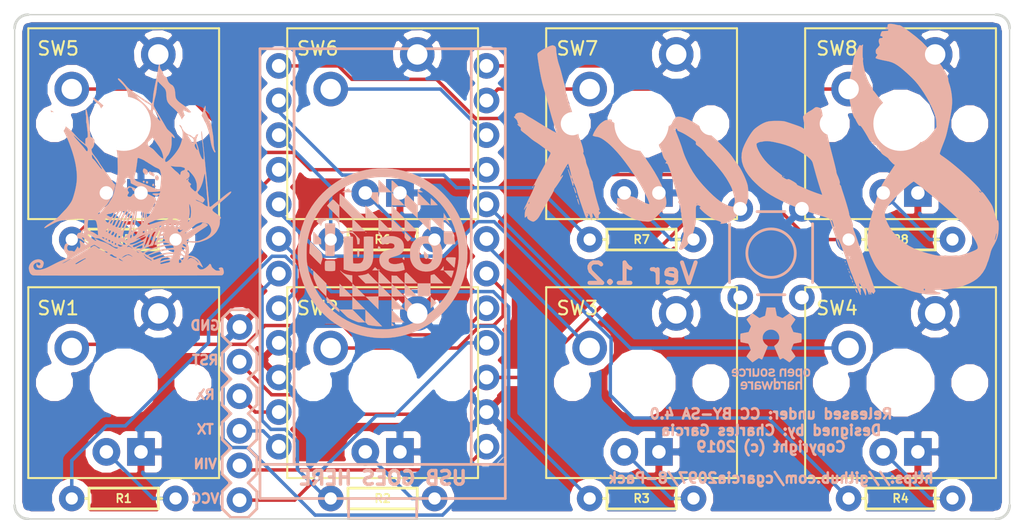
<source format=kicad_pcb>
(kicad_pcb (version 20171130) (host pcbnew 5.0.2-bee76a0~70~ubuntu18.04.1)
  (layers (0 F.Cu signal) (31 B.Cu signal) (34 B.Paste user) (35 F.Paste user) (36 B.SilkS user) (37 F.SilkS user) (38 B.Mask user) (39 F.Mask user) (44 Edge.Cuts user))
  (net 0 "")
  (net 1 TX)
  (net 2 RX)
  (net 3 GND)
  (net 4 LED1)
  (net 5 LED2)
  (net 6 LED3)
  (net 7 LED4)
  (net 8 LED5)
  (net 9 LED6)
  (net 10 LED7)
  (net 11 LED8)
  (net 12 KEY8)
  (net 13 KEY7)
  (net 14 KEY6)
  (net 15 KEY5)
  (net 16 KEY4)
  (net 17 KEY3)
  (net 18 KEY2)
  (net 19 KEY1)
  (net 20 VCC)
  (net 21 RESET)
  (net 22 VIN)
  (net 23 "Net-(R1-PadP$2)")
  (net 24 "Net-(R2-PadP$2)")
  (net 25 "Net-(R3-PadP$2)")
  (net 26 "Net-(R4-PadP$2)")
  (net 27 "Net-(R5-PadP$2)")
  (net 28 "Net-(R6-PadP$2)")
  (net 29 "Net-(R7-PadP$2)")
  (net 30 "Net-(R8-PadP$2)")
  (module Boards:SPARKFUN_PRO_MICRO (layer B.Cu) (at 147 87)
    (fp_text reference B1 hide)
    (fp_text value >VALUE hide)
    (pad 24 thru_hole circle (at 7.62 12.7) (size 1.8796 1.8796) (drill 1.016) (layers *.Cu *.Mask) (net 22 VIN))
    (pad 23 thru_hole circle (at 7.62 10.16) (size 1.8796 1.8796) (drill 1.016) (layers *.Cu *.Mask) (net 3 GND))
    (pad 22 thru_hole circle (at 7.62 7.62) (size 1.8796 1.8796) (drill 1.016) (layers *.Cu *.Mask) (net 21 RESET))
    (pad 21 thru_hole circle (at 7.62 5.08) (size 1.8796 1.8796) (drill 1.016) (layers *.Cu *.Mask) (net 20 VCC))
    (pad 20 thru_hole circle (at 7.62 2.54) (size 1.8796 1.8796) (drill 1.016) (layers *.Cu *.Mask) (net 19 KEY1))
    (pad 19 thru_hole circle (at 7.62 0) (size 1.8796 1.8796) (drill 1.016) (layers *.Cu *.Mask) (net 18 KEY2))
    (pad 18 thru_hole circle (at 7.62 -2.54) (size 1.8796 1.8796) (drill 1.016) (layers *.Cu *.Mask) (net 17 KEY3))
    (pad 17 thru_hole circle (at 7.62 -5.08) (size 1.8796 1.8796) (drill 1.016) (layers *.Cu *.Mask) (net 16 KEY4))
    (pad 16 thru_hole circle (at 7.62 -7.62) (size 1.8796 1.8796) (drill 1.016) (layers *.Cu *.Mask) (net 15 KEY5))
    (pad 15 thru_hole circle (at 7.62 -10.16) (size 1.8796 1.8796) (drill 1.016) (layers *.Cu *.Mask) (net 14 KEY6))
    (pad 14 thru_hole circle (at 7.62 -12.7) (size 1.8796 1.8796) (drill 1.016) (layers *.Cu *.Mask) (net 13 KEY7))
    (pad 13 thru_hole circle (at 7.62 -15.24) (size 1.8796 1.8796) (drill 1.016) (layers *.Cu *.Mask) (net 12 KEY8))
    (pad 12 thru_hole circle (at -7.62 -15.24) (size 1.8796 1.8796) (drill 1.016) (layers *.Cu *.Mask) (net 11 LED8))
    (pad 11 thru_hole circle (at -7.62 -12.7) (size 1.8796 1.8796) (drill 1.016) (layers *.Cu *.Mask) (net 10 LED7))
    (pad 10 thru_hole circle (at -7.62 -10.16) (size 1.8796 1.8796) (drill 1.016) (layers *.Cu *.Mask) (net 9 LED6))
    (pad 9 thru_hole circle (at -7.62 -7.62) (size 1.8796 1.8796) (drill 1.016) (layers *.Cu *.Mask) (net 8 LED5))
    (pad 8 thru_hole circle (at -7.62 -5.08) (size 1.8796 1.8796) (drill 1.016) (layers *.Cu *.Mask) (net 7 LED4))
    (pad 7 thru_hole circle (at -7.62 -2.54) (size 1.8796 1.8796) (drill 1.016) (layers *.Cu *.Mask) (net 6 LED3))
    (pad 6 thru_hole circle (at -7.62 0) (size 1.8796 1.8796) (drill 1.016) (layers *.Cu *.Mask) (net 5 LED2))
    (pad 5 thru_hole circle (at -7.62 2.54) (size 1.8796 1.8796) (drill 1.016) (layers *.Cu *.Mask) (net 4 LED1))
    (pad 4 thru_hole circle (at -7.62 5.08) (size 1.8796 1.8796) (drill 1.016) (layers *.Cu *.Mask) (net 3 GND))
    (pad 3 thru_hole circle (at -7.62 7.62) (size 1.8796 1.8796) (drill 1.016) (layers *.Cu *.Mask) (net 3 GND))
    (pad 2 thru_hole circle (at -7.62 10.16) (size 1.8796 1.8796) (drill 1.016) (layers *.Cu *.Mask) (net 2 RX))
    (pad 1 thru_hole circle (at -7.62 12.7) (size 1.8796 1.8796) (drill 1.016) (layers *.Cu *.Mask) (net 1 TX))
  )
  (module Connectors:1X06 (layer B.Cu) (at 136.5 103.62 90)
    (fp_text reference J1 hide)
    (fp_text value CONN_06NO_SILK_FEMALE_PTH hide)
    (pad 6 thru_hole circle (at 12.7 0 90) (size 1.8796 1.8796) (drill 1.016) (layers *.Cu *.Mask) (net 3 GND))
    (pad 5 thru_hole circle (at 10.16 0 90) (size 1.8796 1.8796) (drill 1.016) (layers *.Cu *.Mask) (net 21 RESET))
    (pad 4 thru_hole circle (at 7.62 0 90) (size 1.8796 1.8796) (drill 1.016) (layers *.Cu *.Mask) (net 2 RX))
    (pad 3 thru_hole circle (at 5.08 0 90) (size 1.8796 1.8796) (drill 1.016) (layers *.Cu *.Mask) (net 1 TX))
    (pad 2 thru_hole circle (at 2.54 0 90) (size 1.8796 1.8796) (drill 1.016) (layers *.Cu *.Mask) (net 22 VIN))
    (pad 1 thru_hole circle (at 0 0 90) (size 1.8796 1.8796) (drill 1.016) (layers *.Cu *.Mask) (net 20 VCC))
  )
  (module Resistors:AXIAL-0.3 (layer F.Cu) (at 128 103.5)
    (fp_text reference R1 (at 0 0) (layer F.SilkS) (effects (font (size 0.6096 0.6096) (thickness 0.127))))
    (fp_text value RESISTORAXIAL-0.3 hide)
    (pad P$2 thru_hole circle (at 3.81 0) (size 1.8796 1.8796) (drill 0.89916) (layers *.Cu *.Mask) (net 23 "Net-(R1-PadP$2)"))
    (pad P$1 thru_hole circle (at -3.81 0) (size 1.8796 1.8796) (drill 0.89916) (layers *.Cu *.Mask) (net 4 LED1))
  )
  (module Resistors:AXIAL-0.3 (layer F.Cu) (at 147 103.5)
    (fp_text reference R2 (at 0 0) (layer F.SilkS) (effects (font (size 0.6096 0.6096) (thickness 0.127))))
    (fp_text value RESISTORAXIAL-0.3 hide)
    (pad P$2 thru_hole circle (at 3.81 0) (size 1.8796 1.8796) (drill 0.89916) (layers *.Cu *.Mask) (net 24 "Net-(R2-PadP$2)"))
    (pad P$1 thru_hole circle (at -3.81 0) (size 1.8796 1.8796) (drill 0.89916) (layers *.Cu *.Mask) (net 5 LED2))
  )
  (module Resistors:AXIAL-0.3 (layer F.Cu) (at 166 103.5)
    (fp_text reference R3 (at 0 0) (layer F.SilkS) (effects (font (size 0.6096 0.6096) (thickness 0.127))))
    (fp_text value RESISTORAXIAL-0.3 hide)
    (pad P$2 thru_hole circle (at 3.81 0) (size 1.8796 1.8796) (drill 0.89916) (layers *.Cu *.Mask) (net 25 "Net-(R3-PadP$2)"))
    (pad P$1 thru_hole circle (at -3.81 0) (size 1.8796 1.8796) (drill 0.89916) (layers *.Cu *.Mask) (net 6 LED3))
  )
  (module Resistors:AXIAL-0.3 (layer F.Cu) (at 185 103.5)
    (fp_text reference R4 (at 0 0) (layer F.SilkS) (effects (font (size 0.6096 0.6096) (thickness 0.127))))
    (fp_text value RESISTORAXIAL-0.3 hide)
    (pad P$2 thru_hole circle (at 3.81 0) (size 1.8796 1.8796) (drill 0.89916) (layers *.Cu *.Mask) (net 26 "Net-(R4-PadP$2)"))
    (pad P$1 thru_hole circle (at -3.81 0) (size 1.8796 1.8796) (drill 0.89916) (layers *.Cu *.Mask) (net 7 LED4))
  )
  (module Resistors:AXIAL-0.3 (layer F.Cu) (at 128 84.5)
    (fp_text reference R5 (at 0 0) (layer F.SilkS) (effects (font (size 0.6096 0.6096) (thickness 0.127))))
    (fp_text value RESISTORAXIAL-0.3 hide)
    (pad P$2 thru_hole circle (at 3.81 0) (size 1.8796 1.8796) (drill 0.89916) (layers *.Cu *.Mask) (net 27 "Net-(R5-PadP$2)"))
    (pad P$1 thru_hole circle (at -3.81 0) (size 1.8796 1.8796) (drill 0.89916) (layers *.Cu *.Mask) (net 8 LED5))
  )
  (module Resistors:AXIAL-0.3 (layer F.Cu) (at 147 84.5)
    (fp_text reference R6 (at 0 0) (layer F.SilkS) (effects (font (size 0.6096 0.6096) (thickness 0.127))))
    (fp_text value RESISTORAXIAL-0.3 hide)
    (pad P$2 thru_hole circle (at 3.81 0) (size 1.8796 1.8796) (drill 0.89916) (layers *.Cu *.Mask) (net 28 "Net-(R6-PadP$2)"))
    (pad P$1 thru_hole circle (at -3.81 0) (size 1.8796 1.8796) (drill 0.89916) (layers *.Cu *.Mask) (net 9 LED6))
  )
  (module Resistors:AXIAL-0.3 (layer F.Cu) (at 166 84.5)
    (fp_text reference R7 (at 0 0) (layer F.SilkS) (effects (font (size 0.6096 0.6096) (thickness 0.127))))
    (fp_text value RESISTORAXIAL-0.3 hide)
    (pad P$2 thru_hole circle (at 3.81 0) (size 1.8796 1.8796) (drill 0.89916) (layers *.Cu *.Mask) (net 29 "Net-(R7-PadP$2)"))
    (pad P$1 thru_hole circle (at -3.81 0) (size 1.8796 1.8796) (drill 0.89916) (layers *.Cu *.Mask) (net 10 LED7))
  )
  (module Resistors:AXIAL-0.3 (layer F.Cu) (at 185 84.5)
    (fp_text reference R8 (at 0 0) (layer F.SilkS) (effects (font (size 0.6096 0.6096) (thickness 0.127))))
    (fp_text value RESISTORAXIAL-0.3 hide)
    (pad P$2 thru_hole circle (at 3.81 0) (size 1.8796 1.8796) (drill 0.89916) (layers *.Cu *.Mask) (net 30 "Net-(R8-PadP$2)"))
    (pad P$1 thru_hole circle (at -3.81 0) (size 1.8796 1.8796) (drill 0.89916) (layers *.Cu *.Mask) (net 11 LED8))
  )
  (module Switches:TACTILE_SWITCH_PTH_6.0MM (layer B.Cu) (at 175.5 85.5 270)
    (fp_text reference S1 hide)
    (fp_text value MOMENTARY-SWITCH-SPST-PTH-6.0MM hide)
    (pad 4 thru_hole circle (at 3.2512 -2.2606 270) (size 1.8796 1.8796) (drill 1.016) (layers *.Cu *.Mask))
    (pad 3 thru_hole circle (at -3.2512 -2.2606 270) (size 1.8796 1.8796) (drill 1.016) (layers *.Cu *.Mask) (net 3 GND))
    (pad 2 thru_hole circle (at 3.2512 2.2606 270) (size 1.8796 1.8796) (drill 1.016) (layers *.Cu *.Mask))
    (pad 1 thru_hole circle (at -3.2512 2.2606 270) (size 1.8796 1.8796) (drill 1.016) (layers *.Cu *.Mask) (net 21 RESET))
  )
  (module libkeyswitch-1_0_0:MX_LED (layer F.Cu) (at 128 95)
    (fp_text reference SW1 (at -4.81 -5.465) (layer F.SilkS))
    (fp_text value MOMENTARY-SWITCH-SPST-LED-PTH-CHERRY)
    (pad A thru_hole circle (at -1.27 5.08) (size 2.032 2.032) (drill 0.9906) (layers *.Cu *.Mask) (net 23 "Net-(R1-PadP$2)"))
    (pad K thru_hole rect (at 1.27 5.08) (size 2.032 2.032) (drill 0.9906) (layers *.Cu *.Mask) (net 3 GND))
    (pad S2 thru_hole circle (at 2.54 -5.08) (size 2.54 2.54) (drill 1.4986) (layers *.Cu *.Mask) (net 3 GND))
    (pad S1 thru_hole circle (at -3.81 -2.54) (size 2.54 2.54) (drill 1.4986) (layers *.Cu *.Mask) (net 19 KEY1))
    (pad "" np_thru_hole circle (at 0 0) (size 3.9878 3.9878) (drill 3.9878) (layers *.Cu *.Mask))
    (pad "" np_thru_hole circle (at -5.08 0) (size 1.7018 1.7018) (drill 1.7018) (layers *.Cu *.Mask))
    (pad "" np_thru_hole circle (at 5.08 0) (size 1.7018 1.7018) (drill 1.7018) (layers *.Cu *.Mask))
  )
  (module libkeyswitch-1_0_0:MX_LED (layer F.Cu) (at 147 95)
    (fp_text reference SW2 (at -4.76 -5.465) (layer F.SilkS))
    (fp_text value MOMENTARY-SWITCH-SPST-LED-PTH-CHERRY)
    (pad A thru_hole circle (at -1.27 5.08) (size 2.032 2.032) (drill 0.9906) (layers *.Cu *.Mask) (net 24 "Net-(R2-PadP$2)"))
    (pad K thru_hole rect (at 1.27 5.08) (size 2.032 2.032) (drill 0.9906) (layers *.Cu *.Mask) (net 3 GND))
    (pad S2 thru_hole circle (at 2.54 -5.08) (size 2.54 2.54) (drill 1.4986) (layers *.Cu *.Mask) (net 3 GND))
    (pad S1 thru_hole circle (at -3.81 -2.54) (size 2.54 2.54) (drill 1.4986) (layers *.Cu *.Mask) (net 18 KEY2))
    (pad "" np_thru_hole circle (at 0 0) (size 3.9878 3.9878) (drill 3.9878) (layers *.Cu *.Mask))
    (pad "" np_thru_hole circle (at -5.08 0) (size 1.7018 1.7018) (drill 1.7018) (layers *.Cu *.Mask))
    (pad "" np_thru_hole circle (at 5.08 0) (size 1.7018 1.7018) (drill 1.7018) (layers *.Cu *.Mask))
  )
  (module libkeyswitch-1_0_0:MX_LED (layer F.Cu) (at 166 95)
    (fp_text reference SW3 (at -4.71 -5.465) (layer F.SilkS))
    (fp_text value MOMENTARY-SWITCH-SPST-LED-PTH-CHERRY)
    (pad A thru_hole circle (at -1.27 5.08) (size 2.032 2.032) (drill 0.9906) (layers *.Cu *.Mask) (net 25 "Net-(R3-PadP$2)"))
    (pad K thru_hole rect (at 1.27 5.08) (size 2.032 2.032) (drill 0.9906) (layers *.Cu *.Mask) (net 3 GND))
    (pad S2 thru_hole circle (at 2.54 -5.08) (size 2.54 2.54) (drill 1.4986) (layers *.Cu *.Mask) (net 3 GND))
    (pad S1 thru_hole circle (at -3.81 -2.54) (size 2.54 2.54) (drill 1.4986) (layers *.Cu *.Mask) (net 17 KEY3))
    (pad "" np_thru_hole circle (at 0 0) (size 3.9878 3.9878) (drill 3.9878) (layers *.Cu *.Mask))
    (pad "" np_thru_hole circle (at -5.08 0) (size 1.7018 1.7018) (drill 1.7018) (layers *.Cu *.Mask))
    (pad "" np_thru_hole circle (at 5.08 0) (size 1.7018 1.7018) (drill 1.7018) (layers *.Cu *.Mask))
  )
  (module libkeyswitch-1_0_0:MX_LED (layer F.Cu) (at 185 95)
    (fp_text reference SW4 (at -4.66 -5.465) (layer F.SilkS))
    (fp_text value MOMENTARY-SWITCH-SPST-LED-PTH-CHERRY)
    (pad A thru_hole circle (at -1.27 5.08) (size 2.032 2.032) (drill 0.9906) (layers *.Cu *.Mask) (net 26 "Net-(R4-PadP$2)"))
    (pad K thru_hole rect (at 1.27 5.08) (size 2.032 2.032) (drill 0.9906) (layers *.Cu *.Mask) (net 3 GND))
    (pad S2 thru_hole circle (at 2.54 -5.08) (size 2.54 2.54) (drill 1.4986) (layers *.Cu *.Mask) (net 3 GND))
    (pad S1 thru_hole circle (at -3.81 -2.54) (size 2.54 2.54) (drill 1.4986) (layers *.Cu *.Mask) (net 16 KEY4))
    (pad "" np_thru_hole circle (at 0 0) (size 3.9878 3.9878) (drill 3.9878) (layers *.Cu *.Mask))
    (pad "" np_thru_hole circle (at -5.08 0) (size 1.7018 1.7018) (drill 1.7018) (layers *.Cu *.Mask))
    (pad "" np_thru_hole circle (at 5.08 0) (size 1.7018 1.7018) (drill 1.7018) (layers *.Cu *.Mask))
  )
  (module libkeyswitch-1_0_0:MX_LED (layer F.Cu) (at 128 76)
    (fp_text reference SW5 (at -4.81 -5.515) (layer F.SilkS))
    (fp_text value MOMENTARY-SWITCH-SPST-LED-PTH-CHERRY)
    (pad A thru_hole circle (at -1.27 5.08) (size 2.032 2.032) (drill 0.9906) (layers *.Cu *.Mask) (net 27 "Net-(R5-PadP$2)"))
    (pad K thru_hole rect (at 1.27 5.08) (size 2.032 2.032) (drill 0.9906) (layers *.Cu *.Mask) (net 3 GND))
    (pad S2 thru_hole circle (at 2.54 -5.08) (size 2.54 2.54) (drill 1.4986) (layers *.Cu *.Mask) (net 3 GND))
    (pad S1 thru_hole circle (at -3.81 -2.54) (size 2.54 2.54) (drill 1.4986) (layers *.Cu *.Mask) (net 15 KEY5))
    (pad "" np_thru_hole circle (at 0 0) (size 3.9878 3.9878) (drill 3.9878) (layers *.Cu *.Mask))
    (pad "" np_thru_hole circle (at -5.08 0) (size 1.7018 1.7018) (drill 1.7018) (layers *.Cu *.Mask))
    (pad "" np_thru_hole circle (at 5.08 0) (size 1.7018 1.7018) (drill 1.7018) (layers *.Cu *.Mask))
  )
  (module libkeyswitch-1_0_0:MX_LED (layer F.Cu) (at 147 76)
    (fp_text reference SW6 (at -4.76 -5.515) (layer F.SilkS))
    (fp_text value MOMENTARY-SWITCH-SPST-LED-PTH-CHERRY)
    (pad A thru_hole circle (at -1.27 5.08) (size 2.032 2.032) (drill 0.9906) (layers *.Cu *.Mask) (net 28 "Net-(R6-PadP$2)"))
    (pad K thru_hole rect (at 1.27 5.08) (size 2.032 2.032) (drill 0.9906) (layers *.Cu *.Mask) (net 3 GND))
    (pad S2 thru_hole circle (at 2.54 -5.08) (size 2.54 2.54) (drill 1.4986) (layers *.Cu *.Mask) (net 3 GND))
    (pad S1 thru_hole circle (at -3.81 -2.54) (size 2.54 2.54) (drill 1.4986) (layers *.Cu *.Mask) (net 14 KEY6))
    (pad "" np_thru_hole circle (at 0 0) (size 3.9878 3.9878) (drill 3.9878) (layers *.Cu *.Mask))
    (pad "" np_thru_hole circle (at -5.08 0) (size 1.7018 1.7018) (drill 1.7018) (layers *.Cu *.Mask))
    (pad "" np_thru_hole circle (at 5.08 0) (size 1.7018 1.7018) (drill 1.7018) (layers *.Cu *.Mask))
  )
  (module libkeyswitch-1_0_0:MX_LED (layer F.Cu) (at 166 76)
    (fp_text reference SW7 (at -4.71 -5.515) (layer F.SilkS))
    (fp_text value MOMENTARY-SWITCH-SPST-LED-PTH-CHERRY)
    (pad A thru_hole circle (at -1.27 5.08) (size 2.032 2.032) (drill 0.9906) (layers *.Cu *.Mask) (net 29 "Net-(R7-PadP$2)"))
    (pad K thru_hole rect (at 1.27 5.08) (size 2.032 2.032) (drill 0.9906) (layers *.Cu *.Mask) (net 3 GND))
    (pad S2 thru_hole circle (at 2.54 -5.08) (size 2.54 2.54) (drill 1.4986) (layers *.Cu *.Mask) (net 3 GND))
    (pad S1 thru_hole circle (at -3.81 -2.54) (size 2.54 2.54) (drill 1.4986) (layers *.Cu *.Mask) (net 13 KEY7))
    (pad "" np_thru_hole circle (at 0 0) (size 3.9878 3.9878) (drill 3.9878) (layers *.Cu *.Mask))
    (pad "" np_thru_hole circle (at -5.08 0) (size 1.7018 1.7018) (drill 1.7018) (layers *.Cu *.Mask))
    (pad "" np_thru_hole circle (at 5.08 0) (size 1.7018 1.7018) (drill 1.7018) (layers *.Cu *.Mask))
  )
  (module libkeyswitch-1_0_0:MX_LED (layer F.Cu) (at 185 76)
    (fp_text reference SW8 (at -4.66 -5.515) (layer F.SilkS))
    (fp_text value MOMENTARY-SWITCH-SPST-LED-PTH-CHERRY)
    (pad A thru_hole circle (at -1.27 5.08) (size 2.032 2.032) (drill 0.9906) (layers *.Cu *.Mask) (net 30 "Net-(R8-PadP$2)"))
    (pad K thru_hole rect (at 1.27 5.08) (size 2.032 2.032) (drill 0.9906) (layers *.Cu *.Mask) (net 3 GND))
    (pad S2 thru_hole circle (at 2.54 -5.08) (size 2.54 2.54) (drill 1.4986) (layers *.Cu *.Mask) (net 3 GND))
    (pad S1 thru_hole circle (at -3.81 -2.54) (size 2.54 2.54) (drill 1.4986) (layers *.Cu *.Mask) (net 12 KEY8))
    (pad "" np_thru_hole circle (at 0 0) (size 3.9878 3.9878) (drill 3.9878) (layers *.Cu *.Mask))
    (pad "" np_thru_hole circle (at -5.08 0) (size 1.7018 1.7018) (drill 1.7018) (layers *.Cu *.Mask))
    (pad "" np_thru_hole circle (at 5.08 0) (size 1.7018 1.7018) (drill 1.7018) (layers *.Cu *.Mask))
  )
  (module logos:logo_name (layer B.Cu) (at 173.5 78.5 180)
    (fp_text reference G*** hide)
    (fp_text value LOGO hide)
  )
  (module Symbol:OSHW-Logo_5.7x6mm_SilkScreen (layer B.Cu) (at 175.5 92.5 180)
    (fp_text reference REF** hide)
    (fp_text value OSHW-Logo_5.7x6mm_SilkScreen hide)
  )
  (module logos:osu (layer B.Cu) (at 147 85.5 180)
    (fp_text reference G*** hide)
    (fp_text value LOGO hide)
  )
  (module logos:pirate (layer B.Cu) (at 128.5 79.5 180)
    (fp_text reference G*** hide)
    (fp_text value LOGO hide)
  )
  (gr_text https://github.com/cgarcia2097/8-Pack (at 175.5 102) (layer B.SilkS) (effects (font (size 0.75 0.75) (thickness 0.1875)) (justify mirror)))
  (gr_line (start 121 105) (end 192 105) (layer Edge.Cuts) (width 0.1))
  (gr_line (start 120 69) (end 120 104) (layer Edge.Cuts) (width 0.1))
  (gr_arc (start 121 104) (end 120 104) (angle -90) (layer Edge.Cuts) (width 0.2))
  (gr_text "Ver 1.2" (at 166 87) (layer B.SilkS) (effects (font (size 1.5 1.5) (thickness 0.3)) (justify mirror)))
  (gr_text "Released under: CC BY-SA 4.0\nDesigned by: Charles Garcia\nCopyright (c) 2019\n" (at 175.5 98.5) (layer B.SilkS) (effects (font (size 0.75 0.75) (thickness 0.1875)) (justify mirror)))
  (gr_line (start 153.5 101) (end 153.5 70.5) (layer B.SilkS) (width 0.2))
  (gr_line (start 140.5 70.5) (end 140.5 101) (layer B.SilkS) (width 0.2))
  (gr_text "USB GOES HERE" (at 147 102) (layer B.SilkS) (effects (font (size 1 1) (thickness 0.25)) (justify mirror)))
  (gr_line (start 138 101) (end 156 101) (layer B.SilkS) (width 0.2))
  (gr_line (start 149.5 105) (end 149.5 103.5) (layer B.SilkS) (width 0.2))
  (gr_line (start 144.5 105) (end 149.5 105) (layer B.SilkS) (width 0.2))
  (gr_line (start 144.5 103.5) (end 144.5 105) (layer B.SilkS) (width 0.2))
  (gr_line (start 156 70.5) (end 138 70.5) (layer B.SilkS) (width 0.2))
  (gr_line (start 156 103.5) (end 156 70.5) (layer B.SilkS) (width 0.2))
  (gr_line (start 138 103.5) (end 156 103.5) (layer B.SilkS) (width 0.2))
  (gr_line (start 138 70.5) (end 138 103.5) (layer B.SilkS) (width 0.2))
  (gr_text GND (at 133.985 90.805) (layer B.SilkS) (effects (font (size 0.7 0.7) (thickness 0.175)) (justify mirror)))
  (gr_text "RST\n" (at 133.985 93.345) (layer B.SilkS) (effects (font (size 0.7 0.7) (thickness 0.175)) (justify mirror)))
  (gr_text "RX\n" (at 133.985 95.885) (layer B.SilkS) (effects (font (size 0.7 0.7) (thickness 0.175)) (justify mirror)))
  (gr_text "TX\n" (at 133.985 98.425) (layer B.SilkS) (effects (font (size 0.7 0.7) (thickness 0.175)) (justify mirror)))
  (gr_text "VCC\n" (at 133.985 103.505) (layer B.SilkS) (effects (font (size 0.7 0.7) (thickness 0.175)) (justify mirror)))
  (gr_text "VIN\n" (at 133.985 100.965) (layer B.SilkS) (effects (font (size 0.7 0.7) (thickness 0.175)) (justify mirror)))
  (gr_line (start 192 68) (end 121 68) (layer Edge.Cuts) (width 0.1))
  (gr_line (start 193 104) (end 193 69) (layer Edge.Cuts) (width 0.1))
  (gr_arc (start 192 69) (end 193 69) (angle -90) (layer Edge.Cuts) (width 0.2))
  (gr_arc (start 192 104) (end 192 105) (angle -90) (layer Edge.Cuts) (width 0.2))
  (gr_arc (start 121 69) (end 121 68) (angle -90) (layer Edge.Cuts) (width 0.2))
  (segment (start 138.22 98.54) (end 139.38 99.7) (width 0.254) (layer B.Cu) (net 1))
  (segment (start 136.5 98.54) (end 138.22 98.54) (width 0.254) (layer B.Cu) (net 1))
  (segment (start 137.66 97.16) (end 139.38 97.16) (width 0.254) (layer F.Cu) (net 2))
  (segment (start 136.5 96) (end 137.66 97.16) (width 0.254) (layer F.Cu) (net 2))
  (segment (start 136.5 90.92) (end 135.280799 92.139201) (width 0.254) (layer B.Cu) (net 3))
  (segment (start 135.914783 99.759201) (end 137.085217 99.759201) (width 0.254) (layer B.Cu) (net 3))
  (segment (start 137.085217 99.759201) (end 142.045217 104.719201) (width 0.254) (layer B.Cu) (net 3))
  (segment (start 135.280799 92.139201) (end 135.280799 99.125217) (width 0.254) (layer B.Cu) (net 3))
  (segment (start 135.280799 99.125217) (end 135.914783 99.759201) (width 0.254) (layer B.Cu) (net 3))
  (segment (start 142.045217 104.719201) (end 151.395217 104.719201) (width 0.254) (layer B.Cu) (net 3))
  (segment (start 151.395217 104.719201) (end 155.839201 100.275217) (width 0.254) (layer B.Cu) (net 3))
  (segment (start 140.319799 91.140201) (end 139.38 92.08) (width 0.254) (layer B.Cu) (net 3))
  (segment (start 155.839201 100.275217) (end 155.839201 91.494783) (width 0.254) (layer B.Cu) (net 3))
  (segment (start 155.839201 91.494783) (end 155.205217 90.860799) (width 0.254) (layer B.Cu) (net 3))
  (segment (start 155.205217 90.860799) (end 140.599201 90.860799) (width 0.254) (layer B.Cu) (net 3))
  (segment (start 140.599201 90.860799) (end 140.319799 91.140201) (width 0.254) (layer B.Cu) (net 3))
  (segment (start 140.648 88.272) (end 139.38 89.54) (width 0.254) (layer B.Cu) (net 4))
  (segment (start 140.648 86.5163) (end 140.648 88.272) (width 0.254) (layer B.Cu) (net 4))
  (segment (start 139.8617 85.73) (end 140.648 86.5163) (width 0.254) (layer B.Cu) (net 4))
  (segment (start 138.8864 85.73) (end 139.8617 85.73) (width 0.254) (layer B.Cu) (net 4))
  (segment (start 134.2266 90.3898) (end 138.8864 85.73) (width 0.254) (layer B.Cu) (net 4))
  (segment (start 134.2266 92.058) (end 134.2266 90.3898) (width 0.254) (layer B.Cu) (net 4))
  (segment (start 128.1118 98.1728) (end 134.2266 92.058) (width 0.254) (layer B.Cu) (net 4))
  (segment (start 126.733 98.1728) (end 128.1118 98.1728) (width 0.254) (layer B.Cu) (net 4))
  (segment (start 124.19 100.7158) (end 126.733 98.1728) (width 0.254) (layer B.Cu) (net 4))
  (segment (start 124.19 103.5) (end 124.19 100.7158) (width 0.254) (layer B.Cu) (net 4))
  (segment (start 138.1528 88.2272) (end 139.38 87) (width 0.254) (layer B.Cu) (net 5))
  (segment (start 138.1528 97.7775) (end 138.1528 88.2272) (width 0.254) (layer B.Cu) (net 5))
  (segment (start 138.8053 98.43) (end 138.1528 97.7775) (width 0.254) (layer B.Cu) (net 5))
  (segment (start 139.8623 98.43) (end 138.8053 98.43) (width 0.254) (layer B.Cu) (net 5))
  (segment (start 140.7461 99.3138) (end 139.8623 98.43) (width 0.254) (layer B.Cu) (net 5))
  (segment (start 140.7461 101.3523) (end 140.7461 99.3138) (width 0.254) (layer B.Cu) (net 5))
  (segment (start 142.8938 103.5) (end 140.7461 101.3523) (width 0.254) (layer B.Cu) (net 5))
  (segment (start 143.19 103.5) (end 142.8938 103.5) (width 0.254) (layer B.Cu) (net 5))
  (segment (start 143.2405 88.3205) (end 139.38 84.46) (width 0.254) (layer B.Cu) (net 6))
  (segment (start 155.1252 88.3205) (end 143.2405 88.3205) (width 0.254) (layer B.Cu) (net 6))
  (segment (start 156.2462 89.4415) (end 155.1252 88.3205) (width 0.254) (layer B.Cu) (net 6))
  (segment (start 156.2462 97.5562) (end 156.2462 89.4415) (width 0.254) (layer B.Cu) (net 6))
  (segment (start 162.19 103.5) (end 156.2462 97.5562) (width 0.254) (layer B.Cu) (net 6))
  (segment (start 139.38 82.4622) (end 139.38 81.92) (width 0.254) (layer B.Cu) (net 7))
  (segment (start 142.6374 85.7196) (end 139.38 82.4622) (width 0.254) (layer B.Cu) (net 7))
  (segment (start 151.4663 85.7196) (end 142.6374 85.7196) (width 0.254) (layer B.Cu) (net 7))
  (segment (start 153.9959 83.19) (end 151.4663 85.7196) (width 0.254) (layer B.Cu) (net 7))
  (segment (start 155.1832 83.19) (end 153.9959 83.19) (width 0.254) (layer B.Cu) (net 7))
  (segment (start 163.7639 91.7707) (end 155.1832 83.19) (width 0.254) (layer B.Cu) (net 7))
  (segment (start 163.7639 93.6105) (end 163.7639 91.7707) (width 0.254) (layer B.Cu) (net 7))
  (segment (start 163.7049 93.6695) (end 163.7639 93.6105) (width 0.254) (layer B.Cu) (net 7))
  (segment (start 163.7049 95.9262) (end 163.7049 93.6695) (width 0.254) (layer B.Cu) (net 7))
  (segment (start 165.3752 97.5965) (end 163.7049 95.9262) (width 0.254) (layer B.Cu) (net 7))
  (segment (start 175.2865 97.5965) (end 165.3752 97.5965) (width 0.254) (layer B.Cu) (net 7))
  (segment (start 181.19 103.5) (end 175.2865 97.5965) (width 0.254) (layer B.Cu) (net 7))
  (segment (start 135.4796 83.2804) (end 139.38 79.38) (width 0.254) (layer F.Cu) (net 8))
  (segment (start 125.4096 83.2804) (end 135.4796 83.2804) (width 0.254) (layer F.Cu) (net 8))
  (segment (start 124.19 84.5) (end 125.4096 83.2804) (width 0.254) (layer F.Cu) (net 8))
  (segment (start 143.19 80.65) (end 139.38 76.84) (width 0.254) (layer B.Cu) (net 9))
  (segment (start 143.19 84.5) (end 143.19 80.65) (width 0.254) (layer B.Cu) (net 9))
  (segment (start 139.38 75.1152) (end 139.38 74.3) (width 0.254) (layer B.Cu) (net 10))
  (segment (start 144.0355 79.7707) (end 139.38 75.1152) (width 0.254) (layer B.Cu) (net 10))
  (segment (start 151.493 79.7707) (end 144.0355 79.7707) (width 0.254) (layer B.Cu) (net 10))
  (segment (start 152.4227 80.7004) (end 151.493 79.7707) (width 0.254) (layer B.Cu) (net 10))
  (segment (start 158.3904 80.7004) (end 152.4227 80.7004) (width 0.254) (layer B.Cu) (net 10))
  (segment (start 162.19 84.5) (end 158.3904 80.7004) (width 0.254) (layer B.Cu) (net 10))
  (segment (start 143.7599 71.76) (end 139.38 71.76) (width 0.254) (layer F.Cu) (net 11))
  (segment (start 144.7457 72.7458) (end 143.7599 71.76) (width 0.254) (layer F.Cu) (net 11))
  (segment (start 150.9546 72.7458) (end 144.7457 72.7458) (width 0.254) (layer F.Cu) (net 11))
  (segment (start 153.8292 75.6204) (end 150.9546 72.7458) (width 0.254) (layer F.Cu) (net 11))
  (segment (start 156.7594 75.6204) (end 153.8292 75.6204) (width 0.254) (layer F.Cu) (net 11))
  (segment (start 160.8731 79.7341) (end 156.7594 75.6204) (width 0.254) (layer F.Cu) (net 11))
  (segment (start 173.5166 79.7341) (end 160.8731 79.7341) (width 0.254) (layer F.Cu) (net 11))
  (segment (start 178.2825 84.5) (end 173.5166 79.7341) (width 0.254) (layer F.Cu) (net 11))
  (segment (start 181.19 84.5) (end 178.2825 84.5) (width 0.254) (layer F.Cu) (net 11))
  (segment (start 163.3787 71.76) (end 154.62 71.76) (width 0.254) (layer F.Cu) (net 12))
  (segment (start 165.0787 73.46) (end 163.3787 71.76) (width 0.254) (layer F.Cu) (net 12))
  (segment (start 181.19 73.46) (end 165.0787 73.46) (width 0.254) (layer F.Cu) (net 12))
  (segment (start 155.46 73.46) (end 154.62 74.3) (width 0.254) (layer F.Cu) (net 13))
  (segment (start 162.19 73.46) (end 155.46 73.46) (width 0.254) (layer F.Cu) (net 13))
  (segment (start 151.24 73.46) (end 154.62 76.84) (width 0.254) (layer B.Cu) (net 14))
  (segment (start 143.19 73.46) (end 151.24 73.46) (width 0.254) (layer B.Cu) (net 14))
  (segment (start 141.7059 79.38) (end 154.62 79.38) (width 0.254) (layer F.Cu) (net 15))
  (segment (start 140.4359 78.11) (end 141.7059 79.38) (width 0.254) (layer F.Cu) (net 15))
  (segment (start 136.91 78.11) (end 140.4359 78.11) (width 0.254) (layer F.Cu) (net 15))
  (segment (start 132.26 73.46) (end 136.91 78.11) (width 0.254) (layer F.Cu) (net 15))
  (segment (start 124.19 73.46) (end 132.26 73.46) (width 0.254) (layer F.Cu) (net 15))
  (segment (start 165.16 92.46) (end 154.62 81.92) (width 0.254) (layer B.Cu) (net 16))
  (segment (start 181.19 92.46) (end 165.16 92.46) (width 0.254) (layer B.Cu) (net 16))
  (segment (start 154.62 84.89) (end 154.62 84.46) (width 0.254) (layer B.Cu) (net 17))
  (segment (start 162.19 92.46) (end 154.62 84.89) (width 0.254) (layer B.Cu) (net 17))
  (segment (start 155.8404 88.2204) (end 154.62 87) (width 0.254) (layer F.Cu) (net 18))
  (segment (start 155.8404 90.1099) (end 155.8404 88.2204) (width 0.254) (layer F.Cu) (net 18))
  (segment (start 155.1403 90.81) (end 155.8404 90.1099) (width 0.254) (layer F.Cu) (net 18))
  (segment (start 154.1653 90.81) (end 155.1403 90.81) (width 0.254) (layer F.Cu) (net 18))
  (segment (start 152.5153 92.46) (end 154.1653 90.81) (width 0.254) (layer F.Cu) (net 18))
  (segment (start 143.19 92.46) (end 152.5153 92.46) (width 0.254) (layer F.Cu) (net 18))
  (segment (start 152.6654 91.4946) (end 154.62 89.54) (width 0.254) (layer F.Cu) (net 19))
  (segment (start 144.7646 91.4946) (end 152.6654 91.4946) (width 0.254) (layer F.Cu) (net 19))
  (segment (start 144.08 90.81) (end 144.7646 91.4946) (width 0.254) (layer F.Cu) (net 19))
  (segment (start 138.3644 90.81) (end 144.08 90.81) (width 0.254) (layer F.Cu) (net 19))
  (segment (start 136.9844 92.19) (end 138.3644 90.81) (width 0.254) (layer F.Cu) (net 19))
  (segment (start 124.46 92.19) (end 136.9844 92.19) (width 0.254) (layer F.Cu) (net 19))
  (segment (start 124.19 92.46) (end 124.46 92.19) (width 0.254) (layer F.Cu) (net 19))
  (via (at 142.1678 101.9973) (size 0.508) (layers F.Cu B.Cu) (net 20))
  (segment (start 140.5451 103.62) (end 142.1678 101.9973) (width 0.254) (layer F.Cu) (net 20))
  (segment (start 136.5 103.62) (end 140.5451 103.62) (width 0.254) (layer F.Cu) (net 20))
  (segment (start 153.2122 92.08) (end 154.62 92.08) (width 0.254) (layer B.Cu) (net 20))
  (segment (start 147.8696 97.4226) (end 153.2122 92.08) (width 0.254) (layer B.Cu) (net 20))
  (segment (start 146.5347 97.4226) (end 147.8696 97.4226) (width 0.254) (layer B.Cu) (net 20))
  (segment (start 142.1678 101.7895) (end 146.5347 97.4226) (width 0.254) (layer B.Cu) (net 20))
  (segment (start 142.1678 101.9973) (end 142.1678 101.7895) (width 0.254) (layer B.Cu) (net 20))
  (segment (start 157.8096 94.62) (end 154.62 94.62) (width 0.254) (layer F.Cu) (net 21))
  (segment (start 170.1808 82.2488) (end 157.8096 94.62) (width 0.254) (layer F.Cu) (net 21))
  (segment (start 173.2394 82.2488) (end 170.1808 82.2488) (width 0.254) (layer F.Cu) (net 21))
  (segment (start 151.9224 97.3176) (end 154.62 94.62) (width 0.254) (layer F.Cu) (net 21))
  (segment (start 142.0399 97.3176) (end 151.9224 97.3176) (width 0.254) (layer F.Cu) (net 21))
  (segment (start 140.6123 95.89) (end 142.0399 97.3176) (width 0.254) (layer F.Cu) (net 21))
  (segment (start 138.8574 95.89) (end 140.6123 95.89) (width 0.254) (layer F.Cu) (net 21))
  (segment (start 136.5 93.5326) (end 138.8574 95.89) (width 0.254) (layer F.Cu) (net 21))
  (segment (start 136.5 93.46) (end 136.5 93.5326) (width 0.254) (layer F.Cu) (net 21))
  (segment (start 152.9143 101.4057) (end 154.62 99.7) (width 0.254) (layer F.Cu) (net 22))
  (segment (start 136.8257 101.4057) (end 152.9143 101.4057) (width 0.254) (layer F.Cu) (net 22))
  (segment (start 136.5 101.08) (end 136.8257 101.4057) (width 0.254) (layer F.Cu) (net 22))
  (segment (start 130.15 103.5) (end 131.81 103.5) (width 0.254) (layer B.Cu) (net 23))
  (segment (start 126.73 100.08) (end 130.15 103.5) (width 0.254) (layer B.Cu) (net 23))
  (segment (start 149.15 103.5) (end 150.81 103.5) (width 0.254) (layer B.Cu) (net 24))
  (segment (start 145.73 100.08) (end 149.15 103.5) (width 0.254) (layer B.Cu) (net 24))
  (segment (start 168.15 103.5) (end 169.81 103.5) (width 0.254) (layer B.Cu) (net 25))
  (segment (start 164.73 100.08) (end 168.15 103.5) (width 0.254) (layer B.Cu) (net 25))
  (segment (start 187.15 103.5) (end 188.81 103.5) (width 0.254) (layer B.Cu) (net 26))
  (segment (start 183.73 100.08) (end 187.15 103.5) (width 0.254) (layer B.Cu) (net 26))
  (segment (start 130.15 84.5) (end 131.81 84.5) (width 0.254) (layer B.Cu) (net 27))
  (segment (start 126.73 81.08) (end 130.15 84.5) (width 0.254) (layer B.Cu) (net 27))
  (segment (start 149.15 84.5) (end 150.81 84.5) (width 0.254) (layer B.Cu) (net 28))
  (segment (start 145.73 81.08) (end 149.15 84.5) (width 0.254) (layer B.Cu) (net 28))
  (segment (start 168.15 84.5) (end 169.81 84.5) (width 0.254) (layer B.Cu) (net 29))
  (segment (start 164.73 81.08) (end 168.15 84.5) (width 0.254) (layer B.Cu) (net 29))
  (segment (start 187.15 84.5) (end 188.81 84.5) (width 0.254) (layer B.Cu) (net 30))
  (segment (start 183.73 81.08) (end 187.15 84.5) (width 0.254) (layer B.Cu) (net 30))
  (zone (net 3) (net_name GND) (layer F.Cu) (connect_pads (clearance 0.508)) (min_thickness 0.254) (fill yes (arc_segments 16) (thermal_gap 0.508) (thermal_bridge_width 0.508))
    (polygon (pts (xy 193 104) (xy 192 105) (xy 121 105) (xy 120 104) (xy 120 69) (xy 121 68) (xy 192 68) (xy 193 69)))
  )
  (zone (net 3) (net_name GND) (layer B.Cu) (connect_pads (clearance 0.508)) (min_thickness 0.254) (fill yes (arc_segments 16) (thermal_gap 0.508) (thermal_bridge_width 0.508))
    (polygon (pts (xy 192 68) (xy 193 69) (xy 193 104) (xy 192 105) (xy 121 105) (xy 120 104) (xy 120 69) (xy 121 68) (xy 126.5 68)))
  )
)
</source>
